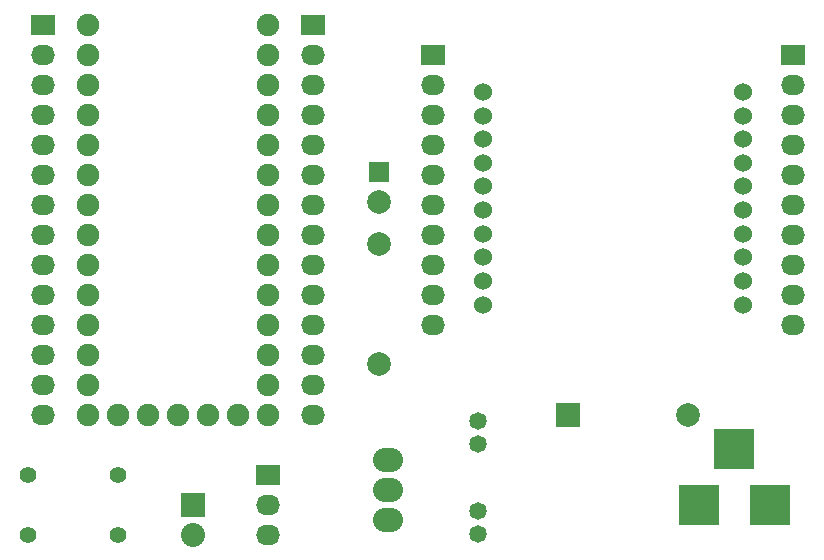
<source format=gbs>
G04 #@! TF.FileFunction,Soldermask,Bot*
%FSLAX46Y46*%
G04 Gerber Fmt 4.6, Leading zero omitted, Abs format (unit mm)*
G04 Created by KiCad (PCBNEW (2015-05-10 BZR 5649)-product) date Thursday, May 21, 2015 'PMt' 11:26:23 PM*
%MOMM*%
G01*
G04 APERTURE LIST*
%ADD10C,0.100000*%
%ADD11C,1.480820*%
%ADD12R,3.500120X3.500120*%
%ADD13R,1.699260X1.699260*%
%ADD14C,1.998980*%
%ADD15R,1.998980X1.998980*%
%ADD16C,1.524000*%
%ADD17R,2.032000X2.032000*%
%ADD18O,2.032000X2.032000*%
%ADD19R,2.032000X1.727200*%
%ADD20O,2.032000X1.727200*%
%ADD21O,2.540000X2.032000*%
%ADD22C,1.397000*%
%ADD23C,1.900000*%
G04 APERTURE END LIST*
D10*
D11*
X168910000Y-172704760D03*
X168910000Y-170703240D03*
X168910000Y-165084760D03*
X168910000Y-163083240D03*
D12*
X187601860Y-170180000D03*
X193601340Y-170180000D03*
X190601600Y-165481000D03*
D13*
X160528000Y-141986000D03*
D14*
X160528000Y-144526000D03*
X186690000Y-162557460D03*
D15*
X176530000Y-162557460D03*
D16*
X169340000Y-135240000D03*
X169340000Y-137240000D03*
X169340000Y-141240000D03*
X169340000Y-139240000D03*
X169340000Y-145240000D03*
X169340000Y-147240000D03*
X169340000Y-149240000D03*
X169340000Y-151240000D03*
X169340000Y-153240000D03*
X191340000Y-153240000D03*
X191340000Y-151240000D03*
X191340000Y-149240000D03*
X191340000Y-147240000D03*
X191340000Y-145240000D03*
X191340000Y-143240000D03*
X191340000Y-141240000D03*
X191340000Y-139240000D03*
X191340000Y-137240000D03*
X191340000Y-135240000D03*
X169340000Y-143240000D03*
D17*
X144780000Y-170180000D03*
D18*
X144780000Y-172720000D03*
D19*
X151130000Y-167640000D03*
D20*
X151130000Y-170180000D03*
X151130000Y-172720000D03*
D19*
X165100000Y-132080000D03*
D20*
X165100000Y-134620000D03*
X165100000Y-137160000D03*
X165100000Y-139700000D03*
X165100000Y-142240000D03*
X165100000Y-144780000D03*
X165100000Y-147320000D03*
X165100000Y-149860000D03*
X165100000Y-152400000D03*
X165100000Y-154940000D03*
D19*
X195580000Y-132080000D03*
D20*
X195580000Y-134620000D03*
X195580000Y-137160000D03*
X195580000Y-139700000D03*
X195580000Y-142240000D03*
X195580000Y-144780000D03*
X195580000Y-147320000D03*
X195580000Y-149860000D03*
X195580000Y-152400000D03*
X195580000Y-154940000D03*
D19*
X132080000Y-129540000D03*
D20*
X132080000Y-132080000D03*
X132080000Y-134620000D03*
X132080000Y-137160000D03*
X132080000Y-139700000D03*
X132080000Y-142240000D03*
X132080000Y-144780000D03*
X132080000Y-147320000D03*
X132080000Y-149860000D03*
X132080000Y-152400000D03*
X132080000Y-154940000D03*
X132080000Y-157480000D03*
X132080000Y-160020000D03*
X132080000Y-162560000D03*
D19*
X154940000Y-129540000D03*
D20*
X154940000Y-132080000D03*
X154940000Y-134620000D03*
X154940000Y-137160000D03*
X154940000Y-139700000D03*
X154940000Y-142240000D03*
X154940000Y-144780000D03*
X154940000Y-147320000D03*
X154940000Y-149860000D03*
X154940000Y-152400000D03*
X154940000Y-154940000D03*
X154940000Y-157480000D03*
X154940000Y-160020000D03*
X154940000Y-162560000D03*
D21*
X161290000Y-168910000D03*
X161290000Y-171450000D03*
X161290000Y-166370000D03*
D14*
X160528000Y-158242000D03*
X160528000Y-148082000D03*
D22*
X138430000Y-167640000D03*
X138430000Y-172720000D03*
X130810000Y-167640000D03*
X130810000Y-172720000D03*
D23*
X148590000Y-162560000D03*
X146050000Y-162560000D03*
X143510000Y-162560000D03*
X140970000Y-162560000D03*
X138430000Y-162560000D03*
X135890000Y-132080000D03*
X135890000Y-134620000D03*
X135890000Y-137160000D03*
X135890000Y-139700000D03*
X135890000Y-142240000D03*
X135890000Y-144780000D03*
X135890000Y-147320000D03*
X135890000Y-149860000D03*
X135890000Y-152400000D03*
X135890000Y-154940000D03*
X135890000Y-157480000D03*
X135890000Y-160020000D03*
X135890000Y-162560000D03*
X151130000Y-162560000D03*
X151130000Y-160020000D03*
X151130000Y-157480000D03*
X151130000Y-154940000D03*
X151130000Y-152400000D03*
X151130000Y-149860000D03*
X151130000Y-147320000D03*
X151130000Y-144780000D03*
X151130000Y-142240000D03*
X151130000Y-139700000D03*
X151130000Y-137160000D03*
X151130000Y-134620000D03*
X151130000Y-132080000D03*
X151130000Y-129540000D03*
X135890000Y-129540000D03*
M02*

</source>
